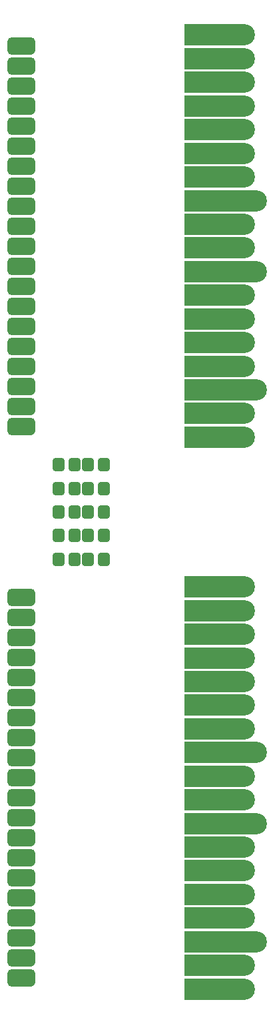
<source format=gts>
G04*
G04  File:            TEMP_GERBER.GTS, Wed Dec 04 20:29:51 2019*
G04  Source:          P-CAD 2006 PCB, Version 19.02.958, (D:\retrocomputing\pdp11-mpi-breakout-board\pcb\temp_gerber.pcb)*
G04  Format:          Gerber Format (RS-274-D), ASCII*
G04*
G04  Format Options:  Absolute Positioning*
G04                   Leading-Zero Suppression*
G04                   Scale Factor 1:1*
G04                   NO Circular Interpolation*
G04                   Inch Units*
G04                   Numeric Format: 4.4 (XXXX.XXXX)*
G04                   G54 NOT Used for Aperture Change*
G04                   Apertures Embedded*
G04*
G04  File Options:    Offset = (0.0mil,0.0mil)*
G04                   Drill Symbol Size = 80.0mil*
G04                   Pad/Via Holes*
G04*
G04  File Contents:   Pads*
G04                   Vias*
G04                   Designators*
G04                   No Types*
G04                   No Values*
G04                   No Drill Symbols*
G04                   Top Mask*
G04*
%INTEMP_GERBER.GTS*%
%ICAS*%
%MOIN*%
G04*
G04  Aperture MACROs for general use --- invoked via D-code assignment *
G04*
G04  General MACRO for flashed round with rotation and/or offset hole *
%AMROTOFFROUND*
1,1,$1,0.0000,0.0000*
1,0,$2,$3,$4*%
G04*
G04  General MACRO for flashed oval (obround) with rotation and/or offset hole *
%AMROTOFFOVAL*
21,1,$1,$2,0.0000,0.0000,$3*
1,1,$4,$5,$6*
1,1,$4,0-$5,0-$6*
1,0,$7,$8,$9*%
G04*
G04  General MACRO for flashed oval (obround) with rotation and no hole *
%AMROTOVALNOHOLE*
21,1,$1,$2,0.0000,0.0000,$3*
1,1,$4,$5,$6*
1,1,$4,0-$5,0-$6*%
G04*
G04  General MACRO for flashed rectangle with rotation and/or offset hole *
%AMROTOFFRECT*
21,1,$1,$2,0.0000,0.0000,$3*
1,0,$4,$5,$6*%
G04*
G04  General MACRO for flashed rectangle with rotation and no hole *
%AMROTRECTNOHOLE*
21,1,$1,$2,0.0000,0.0000,$3*%
G04*
G04  General MACRO for flashed rounded-rectangle *
%AMROUNDRECT*
21,1,$1,$2-$4,0.0000,0.0000,$3*
21,1,$1-$4,$2,0.0000,0.0000,$3*
1,1,$4,$5,$6*
1,1,$4,$7,$8*
1,1,$4,0-$5,0-$6*
1,1,$4,0-$7,0-$8*
1,0,$9,$10,$11*%
G04*
G04  General MACRO for flashed rounded-rectangle with rotation and no hole *
%AMROUNDRECTNOHOLE*
21,1,$1,$2-$4,0.0000,0.0000,$3*
21,1,$1-$4,$2,0.0000,0.0000,$3*
1,1,$4,$5,$6*
1,1,$4,$7,$8*
1,1,$4,0-$5,0-$6*
1,1,$4,0-$7,0-$8*%
G04*
G04  General MACRO for flashed regular polygon *
%AMREGPOLY*
5,1,$1,0.0000,0.0000,$2,$3+$4*
1,0,$5,$6,$7*%
G04*
G04  General MACRO for flashed regular polygon with no hole *
%AMREGPOLYNOHOLE*
5,1,$1,0.0000,0.0000,$2,$3+$4*%
G04*
G04  General MACRO for target *
%AMTARGET*
6,0,0,$1,$2,$3,4,$4,$5,$6*%
G04*
G04  General MACRO for mounting hole *
%AMMTHOLE*
1,1,$1,0,0*
1,0,$2,0,0*
$1=$1-$2*
$1=$1/2*
21,1,$2+$1,$3,0,0,$4*
21,1,$3,$2+$1,0,0,$4*%
G04*
G04*
G04  D10 : "Ellipse X0.254mm Y0.254mm H0.000mm 0.0deg (0.000mm,0.000mm) Draw"*
G04  Disc: OuterDia=0.0100*
%ADD10C, 0.0100*%
G04  D11 : "Ellipse X0.400mm Y0.400mm H0.000mm 0.0deg (0.000mm,0.000mm) Draw"*
G04  Disc: OuterDia=0.0157*
%ADD11C, 0.0157*%
G04  D12 : "Ellipse X0.500mm Y0.500mm H0.000mm 0.0deg (0.000mm,0.000mm) Draw"*
G04  Disc: OuterDia=0.0197*
%ADD12C, 0.0197*%
G04  D13 : "Ellipse X0.100mm Y0.100mm H0.000mm 0.0deg (0.000mm,0.000mm) Draw"*
G04  Disc: OuterDia=0.0039*
%ADD13C, 0.0039*%
G04  D14 : "Ellipse X0.200mm Y0.200mm H0.000mm 0.0deg (0.000mm,0.000mm) Draw"*
G04  Disc: OuterDia=0.0079*
%ADD14C, 0.0079*%
G04  D15 : "Ellipse X2.681mm Y2.681mm H0.000mm 0.0deg (0.000mm,0.000mm) Flash"*
G04  Disc: OuterDia=0.1056*
%ADD15C, 0.1056*%
G04  D16 : "Ellipse X2.300mm Y2.300mm H0.000mm 0.0deg (0.000mm,0.000mm) Flash"*
G04  Disc: OuterDia=0.0906*
%ADD16C, 0.0906*%
G04  D17 : "Rounded Rectangle X3.200mm Y1.800mm H0.000mm 0.0deg (0.000mm,0.000mm) Flash"*
G04  RoundRct: DimX=0.1260, DimY=0.0709, CornerRad=0.0177, Rotation=0.0, OffsetX=0.0000, OffsetY=0.0000, HoleDia=0.0000 *
%ADD17ROUNDRECTNOHOLE, 0.1260 X0.0709 X0.0 X0.0354 X-0.0453 X-0.0177 X-0.0453 X0.0177*%
G04  D18 : "Rounded Rectangle X3.581mm Y2.181mm H0.000mm 0.0deg (0.000mm,0.000mm) Flash"*
G04  RoundRct: DimX=0.1410, DimY=0.0859, CornerRad=0.0215, Rotation=0.0, OffsetX=0.0000, OffsetY=0.0000, HoleDia=0.0000 *
%ADD18ROUNDRECTNOHOLE, 0.1410 X0.0859 X0.0 X0.0429 X-0.0490 X-0.0215 X-0.0490 X0.0215*%
G04  D19 : "Rounded Rectangle X1.200mm Y1.300mm H0.000mm 0.0deg (0.000mm,0.000mm) Flash"*
G04  RoundRct: DimX=0.0472, DimY=0.0512, CornerRad=0.0118, Rotation=0.0, OffsetX=0.0000, OffsetY=0.0000, HoleDia=0.0000 *
%ADD19ROUNDRECTNOHOLE, 0.0472 X0.0512 X0.0 X0.0236 X-0.0118 X-0.0138 X-0.0118 X0.0138*%
G04  D20 : "Rounded Rectangle X1.300mm Y1.200mm H0.000mm 0.0deg (0.000mm,0.000mm) Flash"*
G04  RoundRct: DimX=0.0512, DimY=0.0472, CornerRad=0.0118, Rotation=0.0, OffsetX=0.0000, OffsetY=0.0000, HoleDia=0.0000 *
%ADD20ROUNDRECTNOHOLE, 0.0512 X0.0472 X0.0 X0.0236 X-0.0138 X-0.0118 X-0.0138 X0.0118*%
G04  D21 : "Rounded Rectangle X1.581mm Y1.681mm H0.000mm 0.0deg (0.000mm,0.000mm) Flash"*
G04  RoundRct: DimX=0.0622, DimY=0.0662, CornerRad=0.0156, Rotation=0.0, OffsetX=0.0000, OffsetY=0.0000, HoleDia=0.0000 *
%ADD21ROUNDRECTNOHOLE, 0.0622 X0.0662 X0.0 X0.0311 X-0.0156 X-0.0175 X-0.0156 X0.0175*%
G04  D22 : "Rounded Rectangle X1.681mm Y1.581mm H0.000mm 0.0deg (0.000mm,0.000mm) Flash"*
G04  RoundRct: DimX=0.0662, DimY=0.0622, CornerRad=0.0156, Rotation=0.0, OffsetX=0.0000, OffsetY=0.0000, HoleDia=0.0000 *
%ADD22ROUNDRECTNOHOLE, 0.0662 X0.0622 X0.0 X0.0311 X-0.0175 X-0.0156 X-0.0175 X0.0156*%
G04  D23 : "Rectangle X7.500mm Y2.300mm H0.000mm 0.0deg (0.000mm,0.000mm) Flash"*
G04  Rectangular: DimX=0.2953, DimY=0.0906, Rotation=0.0, OffsetX=0.0000, OffsetY=0.0000, HoleDia=0.0000 *
%ADD23R, 0.2953 X0.0906*%
G04  D24 : "Rectangle X7.881mm Y2.681mm H0.000mm 0.0deg (0.000mm,0.000mm) Flash"*
G04  Rectangular: DimX=0.3103, DimY=0.1056, Rotation=0.0, OffsetX=0.0000, OffsetY=0.0000, HoleDia=0.0000 *
%ADD24R, 0.3103 X0.1056*%
G04  D25 : "Rectangle X9.000mm Y2.300mm H0.000mm 0.0deg (0.000mm,0.000mm) Flash"*
G04  Rectangular: DimX=0.3543, DimY=0.0906, Rotation=0.0, OffsetX=0.0000, OffsetY=0.0000, HoleDia=0.0000 *
%ADD25R, 0.3543 X0.0906*%
G04  D26 : "Rectangle X9.381mm Y2.681mm H0.000mm 0.0deg (0.000mm,0.000mm) Flash"*
G04  Rectangular: DimX=0.3693, DimY=0.1056, Rotation=0.0, OffsetX=0.0000, OffsetY=0.0000, HoleDia=0.0000 *
%ADD26R, 0.3693 X0.1056*%
G04  D27 : "Ellipse X0.400mm Y0.400mm H0.000mm 0.0deg (0.000mm,0.000mm) Flash"*
G04  Disc: OuterDia=0.0157*
%ADD27C, 0.0157*%
G04*
%FSLAX44Y44*%
%SFA1B1*%
%OFA0.0000B0.0000*%
G04*
G70*
G90*
G01*
D2*
%LNTop Mask*%
D21*
X43313Y68405D3*
X42513D3*
X43313Y67224D3*
X42513D3*
X43313Y69586D3*
X42513D3*
X43313Y70767D3*
X42513D3*
D15*
X50344Y45767D3*
Y46948D3*
Y49311D3*
Y52854D3*
Y51673D3*
Y55216D3*
Y56397D3*
Y58759D3*
Y61122D3*
Y62303D3*
Y64665D3*
Y73326D3*
Y76870D3*
Y79232D3*
Y80413D3*
Y82775D3*
Y86318D3*
Y88681D3*
Y91043D3*
Y92224D3*
D21*
X43313Y71948D3*
X42513D3*
D15*
X50344Y50492D3*
Y59940D3*
Y63484D3*
Y65846D3*
Y74507D3*
Y83956D3*
Y78051D3*
Y87500D3*
Y93405D3*
Y89862D3*
D18*
X39173Y47307D3*
Y46307D3*
Y50307D3*
Y49307D3*
Y53307D3*
Y52307D3*
Y56307D3*
Y55307D3*
Y59307D3*
Y58307D3*
Y62307D3*
Y61307D3*
Y65307D3*
Y64307D3*
D21*
X41837Y68405D3*
X41037D3*
X41837Y67224D3*
X41037D3*
X41837Y69586D3*
X41037D3*
X41837Y70767D3*
X41037D3*
D18*
X39173Y73866D3*
Y76866D3*
Y75866D3*
Y79866D3*
Y78866D3*
Y82866D3*
Y81866D3*
Y85866D3*
Y84866D3*
Y88866D3*
Y87866D3*
Y91866D3*
Y90866D3*
D15*
X50935Y57578D3*
Y75688D3*
Y81594D3*
Y85137D3*
D18*
X39173Y48307D3*
Y51307D3*
Y54307D3*
Y57307D3*
Y60307D3*
Y63307D3*
D21*
X41837Y71948D3*
X41037D3*
D18*
X39173Y74866D3*
Y77866D3*
Y80866D3*
Y83866D3*
Y86866D3*
Y89866D3*
Y92866D3*
D15*
X50935Y48129D3*
Y54035D3*
D24*
X48868Y46948D3*
Y45767D3*
Y49311D3*
Y52854D3*
Y51673D3*
Y55216D3*
Y56397D3*
Y58759D3*
D26*
X49163Y57578D3*
D24*
X48868Y61122D3*
Y62303D3*
Y64665D3*
Y73326D3*
Y76870D3*
D26*
X49163Y75688D3*
D24*
X48868Y79232D3*
Y80413D3*
Y82775D3*
D26*
X49163Y81594D3*
D24*
X48868Y86318D3*
D26*
X49163Y85137D3*
D24*
X48868Y88681D3*
Y91043D3*
Y92224D3*
D26*
X49163Y48129D3*
D24*
X48868Y50492D3*
Y59940D3*
D26*
X49163Y54035D3*
D24*
X48868Y63484D3*
Y65846D3*
Y74507D3*
Y83956D3*
Y78051D3*
Y87500D3*
Y93405D3*
Y89862D3*
D02M02*

</source>
